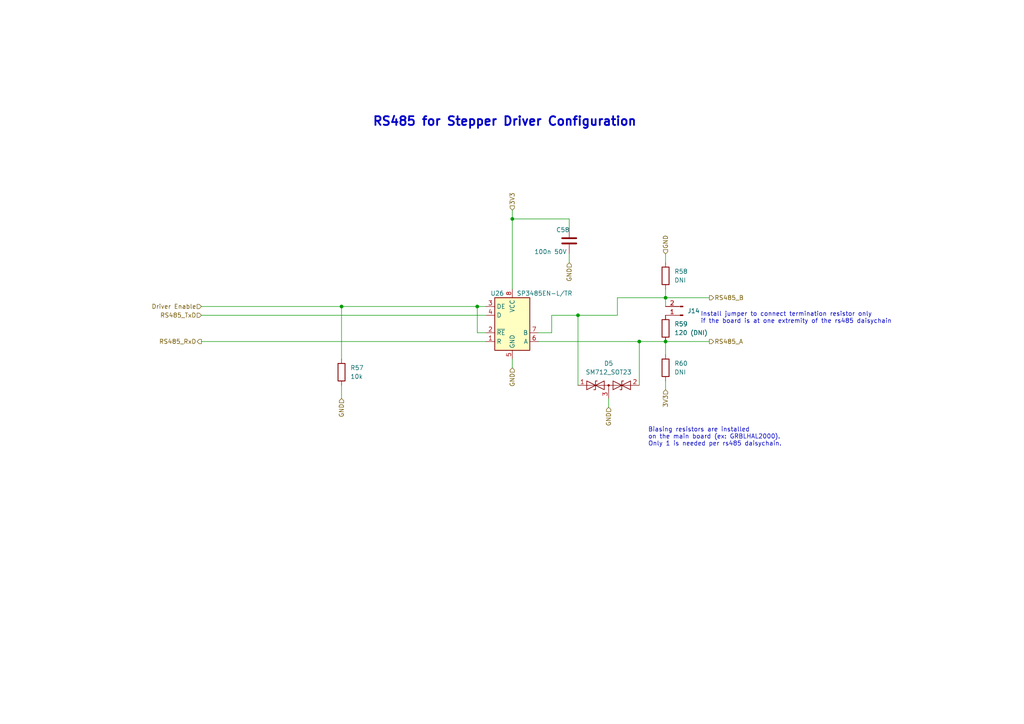
<source format=kicad_sch>
(kicad_sch (version 20211123) (generator eeschema)
  (paper "A4")
  (lib_symbols
    (symbol "Connector:Conn_01x02_Male" (pin_names (offset 1.016) hide)
      (property "Reference" "J" (at 0 2.54 0))
      (property "Value" "Conn_01x02_Male" (at 0 -5.08 0))
      (symbol "Conn_01x02_Male_1_1"
        (polyline (pts (xy 1.27 -2.54) (xy 0.8636 -2.54)) (stroke (width 0.1524)))
        (polyline (pts (xy 1.27 0) (xy 0.8636 0)) (stroke (width 0.1524)))
        (rectangle (start 0.8636 -2.413) (end 0 -2.667) (stroke (width 0.1524)) (fill (type outline)))
        (rectangle (start 0.8636 0.127) (end 0 -0.127) (stroke (width 0.1524)) (fill (type outline)))
        (pin passive line (at 5.08 0 180) (length 3.81) (name "Pin_1") (number "1"))
        (pin passive line (at 5.08 -2.54 180) (length 3.81) (name "Pin_2") (number "2"))
      )
    )
    (symbol "Device:C" (pin_numbers hide) (pin_names (offset 0.254))
      (property "Reference" "C" (at 0.635 2.54 0))
      (property "Value" "C" (at 0.635 -2.54 0))
      (symbol "C_0_1"
        (polyline (pts (xy -2.032 -0.762) (xy 2.032 -0.762)) (stroke (width 0.508)))
        (polyline (pts (xy -2.032 0.762) (xy 2.032 0.762)) (stroke (width 0.508)))
      )
      (symbol "C_1_1"
        (pin passive line (at 0 3.81 270) (length 2.794) (name "~") (number "1"))
        (pin passive line (at 0 -3.81 90) (length 2.794) (name "~") (number "2"))
      )
    )
    (symbol "Device:R" (pin_numbers hide) (pin_names (offset 0))
      (property "Reference" "R" (at 2.032 0 90))
      (property "Value" "R" (at 0 0 90))
      (symbol "R_0_1"
        (rectangle (start -1.016 -2.54) (end 1.016 2.54) (stroke (width 0.254)))
      )
      (symbol "R_1_1"
        (pin passive line (at 0 3.81 270) (length 1.27) (name "~") (number "1"))
        (pin passive line (at 0 -3.81 90) (length 1.27) (name "~") (number "2"))
      )
    )
    (symbol "Diode:SM712_SOT23" (pin_names (offset 1.016) hide)
      (property "Reference" "D" (at 0 4.445 0))
      (property "Value" "SM712_SOT23" (at 0 2.54 0))
      (symbol "SM712_SOT23_0_0"
        (polyline (pts (xy 0 -1.27) (xy 0 0)))
      )
      (symbol "SM712_SOT23_0_1"
        (polyline (pts (xy -6.35 0) (xy 6.35 0)))
        (polyline (pts (xy -3.302 1.27) (xy -3.81 1.27) (xy -3.81 -1.27) (xy -4.318 -1.27)) (stroke (width 0.2032)))
        (polyline (pts (xy 4.318 1.27) (xy 3.81 1.27) (xy 3.81 -1.27) (xy 3.302 -1.27)) (stroke (width 0.2032)))
        (polyline (pts (xy -6.35 -1.27) (xy -1.27 1.27) (xy -1.27 -1.27) (xy -6.35 1.27) (xy -6.35 -1.27)) (stroke (width 0.2032)))
        (polyline (pts (xy 1.27 -1.27) (xy 1.27 1.27) (xy 6.35 -1.27) (xy 6.35 1.27) (xy 1.27 -1.27)) (stroke (width 0.2032)))
        (circle (center 0 0) (radius 0.254) (fill (type outline)))
      )
      (symbol "SM712_SOT23_1_1"
        (pin passive line (at -8.89 0 0) (length 2.54) (name "A1") (number "1"))
        (pin passive line (at 8.89 0 180) (length 2.54) (name "A2") (number "2"))
        (pin input line (at 0 -3.81 90) (length 2.54) (name "common") (number "3"))
      )
    )
    (symbol "Interface_UART:SN75176AD"
      (property "Reference" "U" (at -4.318 8.89 0))
      (property "Value" "SN75176AD" (at 1.016 8.89 0))
      (symbol "SN75176AD_0_1"
        (rectangle (start -5.08 7.62) (end 5.08 -7.62) (stroke (width 0.254)) (fill (type background)))
      )
      (symbol "SN75176AD_1_1"
        (pin output line (at -7.62 -5.08 0) (length 2.54) (name "R") (number "1"))
        (pin input line (at -7.62 -2.54 0) (length 2.54) (name "~{RE}") (number "2"))
        (pin input line (at -7.62 5.08 0) (length 2.54) (name "DE") (number "3"))
        (pin input line (at -7.62 2.54 0) (length 2.54) (name "D") (number "4"))
        (pin power_in line (at 0 -10.16 90) (length 2.54) (name "GND") (number "5"))
        (pin bidirectional line (at 7.62 -5.08 180) (length 2.54) (name "A") (number "6"))
        (pin bidirectional line (at 7.62 -2.54 180) (length 2.54) (name "B") (number "7"))
        (pin power_in line (at 0 10.16 270) (length 2.54) (name "VCC") (number "8"))
      )
    )
  )
  (junction (at 193.04 99.06))
  (junction (at 148.59 63.5))
  (junction (at 167.64 91.44))
  (junction (at 138.43 88.9))
  (junction (at 193.04 86.36))
  (junction (at 99.06 88.9))
  (junction (at 185.42 99.06))
  (wire (pts (xy 165.1 73.66) (xy 165.1 76.2)))
  (wire (pts (xy 138.43 96.52) (xy 138.43 88.9)))
  (wire (pts (xy 193.04 86.36) (xy 193.04 88.9)))
  (wire (pts (xy 179.07 91.44) (xy 179.07 86.36)))
  (wire (pts (xy 165.1 63.5) (xy 165.1 66.04)))
  (wire (pts (xy 156.21 99.06) (xy 185.42 99.06)))
  (wire (pts (xy 185.42 99.06) (xy 185.42 111.76)))
  (wire (pts (xy 58.42 88.9) (xy 99.06 88.9)))
  (wire (pts (xy 148.59 63.5) (xy 165.1 63.5)))
  (wire (pts (xy 156.21 96.52) (xy 160.02 96.52)))
  (wire (pts (xy 148.59 104.14) (xy 148.59 106.68)))
  (wire (pts (xy 193.04 73.66) (xy 193.04 76.2)))
  (wire (pts (xy 193.04 110.49) (xy 193.04 113.03)))
  (wire (pts (xy 193.04 99.06) (xy 193.04 102.87)))
  (wire (pts (xy 167.64 91.44) (xy 167.64 111.76)))
  (wire (pts (xy 160.02 96.52) (xy 160.02 91.44)))
  (wire (pts (xy 148.59 63.5) (xy 148.59 83.82)))
  (wire (pts (xy 99.06 88.9) (xy 99.06 104.14)))
  (wire (pts (xy 58.42 99.06) (xy 140.97 99.06)))
  (wire (pts (xy 167.64 91.44) (xy 179.07 91.44)))
  (wire (pts (xy 99.06 111.76) (xy 99.06 115.57)))
  (wire (pts (xy 185.42 99.06) (xy 193.04 99.06)))
  (wire (pts (xy 179.07 86.36) (xy 193.04 86.36)))
  (wire (pts (xy 58.42 91.44) (xy 140.97 91.44)))
  (wire (pts (xy 193.04 99.06) (xy 205.74 99.06)))
  (wire (pts (xy 140.97 96.52) (xy 138.43 96.52)))
  (wire (pts (xy 193.04 83.82) (xy 193.04 86.36)))
  (wire (pts (xy 138.43 88.9) (xy 140.97 88.9)))
  (wire (pts (xy 160.02 91.44) (xy 167.64 91.44)))
  (wire (pts (xy 99.06 88.9) (xy 138.43 88.9)))
  (wire (pts (xy 148.59 60.96) (xy 148.59 63.5)))
  (wire (pts (xy 176.53 115.57) (xy 176.53 118.11)))
  (wire (pts (xy 193.04 86.36) (xy 205.74 86.36)))
  (text "Install jumper to connect termination resistor only \nif the board is at one extremity of the rs485 daisychain" (at 203.2 93.98 0) (effects (font (size 1.27 1.27)) (justify left bottom)))
  (text "RS485 for Stepper Driver Configuration" (at 107.95 36.83 0) (effects (font (size 2.54 2.54) bold) (justify left bottom)))
  (text "Biasing resistors are installed\non the main board (ex: GRBLHAL2000). \nOnly 1 is needed per rs485 daisychain." (at 187.96 129.54 0) (effects (font (size 1.27 1.27)) (justify left bottom)))
  (hierarchical_label "Driver Enable" (shape input) (at 58.42 88.9 180))
  (hierarchical_label "3V3" (shape input) (at 193.04 113.03 270))
  (hierarchical_label "RS485_A" (shape output) (at 205.74 99.06 0))
  (hierarchical_label "GND" (shape input) (at 148.59 106.68 270))
  (hierarchical_label "RS485_TxD" (shape input) (at 58.42 91.44 180))
  (hierarchical_label "GND" (shape input) (at 165.1 76.2 270))
  (hierarchical_label "3V3" (shape input) (at 148.59 60.96 90))
  (hierarchical_label "GND" (shape input) (at 99.06 115.57 270))
  (hierarchical_label "GND" (shape input) (at 176.53 118.11 270))
  (hierarchical_label "GND" (shape input) (at 193.04 73.66 90))
  (hierarchical_label "RS485_RxD" (shape output) (at 58.42 99.06 180))
  (hierarchical_label "RS485_B" (shape output) (at 205.74 86.36 0))
  (symbol (lib_id "Device:C") (at 165.1 69.85 0) (unit 1)
    (property "Reference" "C58" (at 161.29 66.6749 0) (effects (justify left)))
    (property "Value" "100n 50V" (at 154.94 73.0249 0) (effects (justify left)))
    (property "Footprint" "Capacitor_SMD:C_0402_1005Metric" (effects hide))
    (property "LCSC" "C307331" (effects hide))
  )
  (symbol (lib_id "Connector:Conn_01x02_Male") (at 198.12 91.44 180) (unit 1)
    (property "Reference" "J14" (at 199.39 90.1699 0) (effects (justify right)))
    (property "Value" "Conn_01x02_Male" (effects hide))
    (property "Footprint" "Connector_PinHeader_2.54mm:PinHeader_1x02_P2.54mm_Vertical" (effects hide))
    (property "LCSC" "C492401" (effects hide))
  )
  (symbol (lib_id "Diode:SM712_SOT23") (at 176.53 111.76 0) (unit 1)
    (property "Reference" "D5" (at 176.53 105.41 0))
    (property "Value" "SM712_SOT23" (at 176.53 107.95 0))
    (property "Footprint" "Package_TO_SOT_SMD:SOT-23" (effects hide))
    (property "Datasheet" "https://www.littelfuse.com/~/media/electronics/datasheets/tvs_diode_arrays/littelfuse_tvs_diode_array_sm712_datasheet.pdf.pdf" (effects hide))
    (property "LCSC" "C32677" (effects hide))
  )
  (symbol (lib_id "Device:R") (at 193.04 80.01 180) (unit 1)
    (property "Reference" "R58" (at 195.58 78.7399 0) (effects (justify right)))
    (property "Value" "DNI" (at 195.58 81.2799 0) (effects (justify right)))
    (property "Footprint" "Resistor_SMD:R_0402_1005Metric" (effects hide))
  )
  (symbol (lib_id "Device:R") (at 193.04 106.68 180) (unit 1)
    (property "Reference" "R60" (at 195.58 105.4099 0) (effects (justify right)))
    (property "Value" "DNI" (at 195.58 107.9499 0) (effects (justify right)))
    (property "Footprint" "Resistor_SMD:R_0402_1005Metric" (effects hide))
  )
  (symbol (lib_id "Device:R") (at 99.06 107.95 180) (unit 1)
    (property "Reference" "R57" (at 101.6 106.6799 0) (effects (justify right)))
    (property "Value" "10k" (at 101.6 109.2199 0) (effects (justify right)))
    (property "Footprint" "Resistor_SMD:R_0402_1005Metric" (effects hide))
    (property "LCSC" "C25744" (effects hide))
  )
  (symbol (lib_id "Device:R") (at 193.04 95.25 180) (unit 1)
    (property "Reference" "R59" (at 195.58 93.9799 0) (effects (justify right)))
    (property "Value" "120 (DNI)" (at 195.58 96.5199 0) (effects (justify right)))
    (property "Footprint" "Resistor_SMD:R_1206_3216Metric" (effects hide))
  )
  (symbol (lib_id "Interface_UART:SN75176AD") (at 148.59 93.98 0) (unit 1)
    (property "Reference" "U26" (at 142.24 85.09 0) (effects (justify left)))
    (property "Value" "SP3485EN-L/TR" (at 149.86 85.09 0) (effects (justify left)))
    (property "Footprint" "Package_SO:SOIC-8_3.9x4.9mm_P1.27mm" (effects hide))
    (property "LCSC" "C8963" (effects hide))
  )
)
</source>
